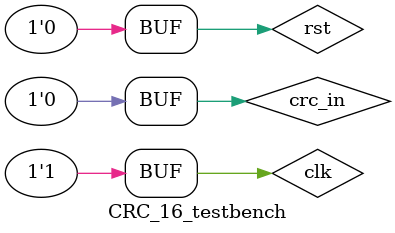
<source format=v>
`timescale 1ns / 1ps

module CRC_16_testbench;
reg clk;
reg rst; 
reg crc_in;
wire [15:0]crc_lfsr;
CRC_16_serial u1(.clk(clk), .rst(rst), .crc_in(crc_in), .crc_lfsr(crc_lfsr)); 
// let data be 101010110001100101010110001100
initial  // Initialize the relevant values
begin 

  clk = 1; 
  rst = 0;
  #5 rst = 1;
  #5 rst = ~rst; 
  crc_in =  1 ; // Enter the data to be encoded 
  #5 clk = !clk;
  #5 clk = !clk;
  repeat(2)
  #5 clk = !clk;
  crc_in =  0 ; // Enter the data to be encoded
  
  repeat(2)
  #5 clk = !clk;
  crc_in =  1 ; // Enter the data to be encoded
  repeat(2)
  #5 clk = !clk;
  crc_in =  0 ; // Enter the data to be encoded
  repeat(2)
  #5 clk = !clk;
  crc_in =  1 ; // Enter the data to be encoded
  repeat(2)
  #5 clk = !clk;
  crc_in =  0 ; // Enter the data to be encoded
  repeat(2)
  #5 clk = !clk;
  crc_in =  1 ; // Enter the data to be encoded
  repeat(2)
  #5 clk = !clk;
  crc_in =  1 ; // Enter the data to be encoded
  repeat(2)
  #5 clk = !clk;
  crc_in =  1 ; // Enter the data to be encoded
  repeat(2)
  #5 clk = !clk;
  crc_in =  0 ; // Enter the data to be encoded
  repeat(2)
  #5 clk = !clk;
  crc_in =  0 ; // Enter the data to be encoded
  repeat(2)
  #5 clk = !clk;
   crc_in =  0 ; // Enter the data to be encoded
  repeat(2)
  #5 clk = !clk;
  crc_in =  1 ; // Enter the data to be encoded
  repeat(2)
  #5 clk = !clk;
  crc_in =  1 ; // Enter the data to be encoded
  repeat(2)
  #5 clk = !clk;
  crc_in =  0 ; // Enter the data to be encoded
  repeat(2)
  #5 clk = !clk;
  crc_in =  0 ; // Enter the data to be encoded
  repeat(2)
  #5 clk = !clk;
  crc_in =  1 ; // Enter the data to be encoded 
   repeat(2)
  #5 clk = !clk;
  crc_in =  0 ; // Enter the data to be encoded
  repeat(2)
  #5 clk = !clk;
  crc_in =  1 ; // Enter the data to be encoded
  repeat(2)
  #5 clk = !clk;
  crc_in =  0 ; // Enter the data to be encoded
  repeat(2)
  #5 clk = !clk;
  crc_in =  1 ; // Enter the data to be encoded
  repeat(2)
  #5 clk = !clk;
  crc_in =  0 ; // Enter the data to be encoded
  repeat(2)
  #5 clk = !clk;
  crc_in =  1 ; // Enter the data to be encoded
  repeat(2)
  #5 clk = !clk;
  crc_in =  1 ; // Enter the data to be encoded
  repeat(2)
  #5 clk = !clk;
  crc_in =  1 ; // Enter the data to be encoded
  repeat(2)
  #5 clk = !clk;
  crc_in =  0 ; // Enter the data to be encoded
  repeat(2)
  #5 clk = !clk;
  crc_in =  0 ; // Enter the data to be encoded
  repeat(2)
  #5 clk = !clk;
   crc_in =  0 ; // Enter the data to be encoded
  repeat(2)
  #5 clk = !clk;
  crc_in =  1 ; // Enter the data to be encoded
  repeat(2)
  #5 clk = !clk;
  crc_in =  1 ; // Enter the data to be encoded
  repeat(2)
  #5 clk = !clk;
  crc_in =  0 ; // Enter the data to be encoded
  repeat(2)
  #5 clk = !clk;
  crc_in =  0 ; // Enter the data to be encoded
  repeat(2)
  #5 clk = !clk;
end
endmodule

</source>
